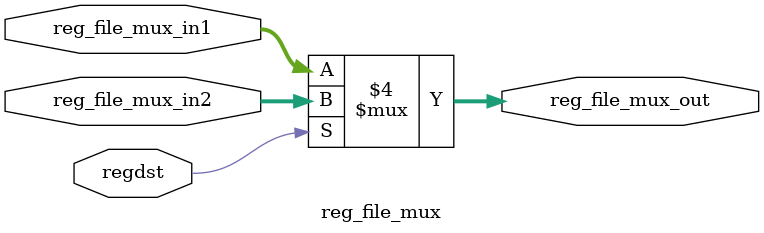
<source format=v>
module reg_file_mux(input [20:16] reg_file_mux_in1, input [15:11] reg_file_mux_in2, input regdst, output [4:0] reg_file_mux_out);

wire [20:16] reg_file_mux_in1;
wire [15:11] reg_file_mux_in2;
wire regdst;
reg [4:0] reg_file_mux_out;

always @(*) begin
	if (regdst == 1'b1) begin
		reg_file_mux_out = reg_file_mux_in2; // rd (I-type)
	end else begin
		reg_file_mux_out = reg_file_mux_in1; // rt (R-type)
	end
end

endmodule

</source>
